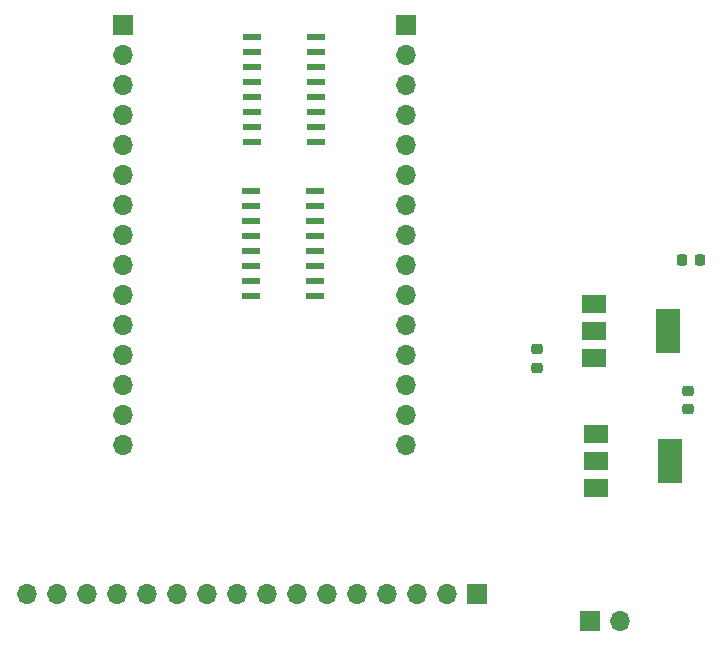
<source format=gbr>
%TF.GenerationSoftware,KiCad,Pcbnew,8.0.0-8.0.0-1~ubuntu22.04.1*%
%TF.CreationDate,2024-03-19T22:30:41+08:00*%
%TF.ProjectId,ble_midi_hardware,626c655f-6d69-4646-995f-686172647761,rev?*%
%TF.SameCoordinates,Original*%
%TF.FileFunction,Soldermask,Top*%
%TF.FilePolarity,Negative*%
%FSLAX46Y46*%
G04 Gerber Fmt 4.6, Leading zero omitted, Abs format (unit mm)*
G04 Created by KiCad (PCBNEW 8.0.0-8.0.0-1~ubuntu22.04.1) date 2024-03-19 22:30:41*
%MOMM*%
%LPD*%
G01*
G04 APERTURE LIST*
G04 Aperture macros list*
%AMRoundRect*
0 Rectangle with rounded corners*
0 $1 Rounding radius*
0 $2 $3 $4 $5 $6 $7 $8 $9 X,Y pos of 4 corners*
0 Add a 4 corners polygon primitive as box body*
4,1,4,$2,$3,$4,$5,$6,$7,$8,$9,$2,$3,0*
0 Add four circle primitives for the rounded corners*
1,1,$1+$1,$2,$3*
1,1,$1+$1,$4,$5*
1,1,$1+$1,$6,$7*
1,1,$1+$1,$8,$9*
0 Add four rect primitives between the rounded corners*
20,1,$1+$1,$2,$3,$4,$5,0*
20,1,$1+$1,$4,$5,$6,$7,0*
20,1,$1+$1,$6,$7,$8,$9,0*
20,1,$1+$1,$8,$9,$2,$3,0*%
G04 Aperture macros list end*
%ADD10R,1.700000X1.700000*%
%ADD11O,1.700000X1.700000*%
%ADD12RoundRect,0.225000X0.250000X-0.225000X0.250000X0.225000X-0.250000X0.225000X-0.250000X-0.225000X0*%
%ADD13R,2.000000X1.500000*%
%ADD14R,2.000000X3.800000*%
%ADD15R,1.550000X0.600000*%
%ADD16RoundRect,0.225000X0.225000X0.250000X-0.225000X0.250000X-0.225000X-0.250000X0.225000X-0.250000X0*%
G04 APERTURE END LIST*
D10*
%TO.C,J2*%
X107200000Y-62240000D03*
D11*
X107200000Y-64780000D03*
X107200000Y-67320000D03*
X107200000Y-69860000D03*
X107200000Y-72400000D03*
X107200000Y-74940000D03*
X107200000Y-77480000D03*
X107200000Y-80020000D03*
X107200000Y-82560000D03*
X107200000Y-85100000D03*
X107200000Y-87640000D03*
X107200000Y-90180000D03*
X107200000Y-92720000D03*
X107200000Y-95260000D03*
X107200000Y-97800000D03*
%TD*%
D12*
%TO.C,C2*%
X155011000Y-94706400D03*
X155011000Y-93156400D03*
%TD*%
D13*
%TO.C,U4*%
X147066000Y-85800000D03*
X147066000Y-88100000D03*
D14*
X153366000Y-88100000D03*
D13*
X147066000Y-90400000D03*
%TD*%
D10*
%TO.C,J3*%
X131200000Y-62240000D03*
D11*
X131200000Y-64780000D03*
X131200000Y-67320000D03*
X131200000Y-69860000D03*
X131200000Y-72400000D03*
X131200000Y-74940000D03*
X131200000Y-77480000D03*
X131200000Y-80020000D03*
X131200000Y-82560000D03*
X131200000Y-85100000D03*
X131200000Y-87640000D03*
X131200000Y-90180000D03*
X131200000Y-92720000D03*
X131200000Y-95260000D03*
X131200000Y-97800000D03*
%TD*%
D15*
%TO.C,U2*%
X123530200Y-72127800D03*
X123530200Y-70857800D03*
X123530200Y-69587800D03*
X123530200Y-68317800D03*
X123530200Y-67047800D03*
X123530200Y-65777800D03*
X123530200Y-64507800D03*
X123530200Y-63237800D03*
X118130200Y-63237800D03*
X118130200Y-64507800D03*
X118130200Y-65777800D03*
X118130200Y-67047800D03*
X118130200Y-68317800D03*
X118130200Y-69587800D03*
X118130200Y-70857800D03*
X118130200Y-72127800D03*
%TD*%
D13*
%TO.C,U3*%
X147261000Y-96831400D03*
X147261000Y-99131400D03*
D14*
X153561000Y-99131400D03*
D13*
X147261000Y-101431400D03*
%TD*%
D10*
%TO.C,J1*%
X146710400Y-112623600D03*
D11*
X149250400Y-112623600D03*
%TD*%
D16*
%TO.C,C3*%
X156061000Y-82101400D03*
X154511000Y-82101400D03*
%TD*%
D15*
%TO.C,U1*%
X118080200Y-76261024D03*
X118080200Y-77531024D03*
X118080200Y-78801024D03*
X118080200Y-80071024D03*
X118080200Y-81341024D03*
X118080200Y-82611024D03*
X118080200Y-83881024D03*
X118080200Y-85151024D03*
X123480200Y-85151024D03*
X123480200Y-83881024D03*
X123480200Y-82611024D03*
X123480200Y-81341024D03*
X123480200Y-80071024D03*
X123480200Y-78801024D03*
X123480200Y-77531024D03*
X123480200Y-76261024D03*
%TD*%
D10*
%TO.C,J4*%
X137205000Y-110350000D03*
D11*
X134665000Y-110350000D03*
X132125000Y-110350000D03*
X129585000Y-110350000D03*
X127045000Y-110350000D03*
X124505000Y-110350000D03*
X121965000Y-110350000D03*
X119425000Y-110350000D03*
X116885000Y-110350000D03*
X114345000Y-110350000D03*
X111805000Y-110350000D03*
X109265000Y-110350000D03*
X106725000Y-110350000D03*
X104185000Y-110350000D03*
X101645000Y-110350000D03*
X99105000Y-110350000D03*
%TD*%
D12*
%TO.C,C1*%
X142261000Y-91206400D03*
X142261000Y-89656400D03*
%TD*%
M02*

</source>
